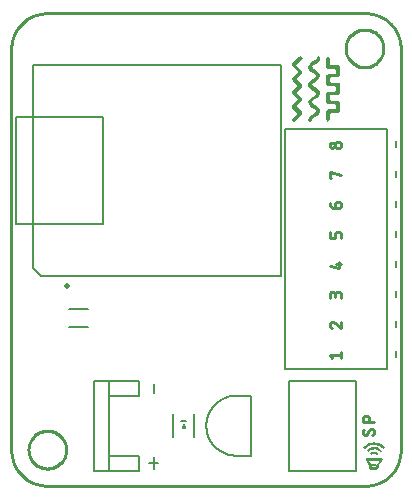
<source format=gto>
G04 EAGLE Gerber RS-274X export*
G75*
%MOMM*%
%FSLAX34Y34*%
%LPD*%
%INSilk top*%
%IPPOS*%
%AMOC8*
5,1,8,0,0,1.08239X$1,22.5*%
G01*
%ADD10C,0.000000*%
%ADD11C,0.200000*%
%ADD12C,0.228600*%
%ADD13C,0.001000*%
%ADD14C,0.508000*%
%ADD15C,0.254000*%

G36*
X269329Y308519D02*
X269329Y308519D01*
X269365Y308554D01*
X269371Y308557D01*
X269792Y310434D01*
X269788Y310441D01*
X269793Y310445D01*
X269793Y314409D01*
X270786Y315352D01*
X276745Y315352D01*
X276759Y315362D01*
X276760Y315362D01*
X276762Y315364D01*
X276773Y315361D01*
X278281Y316439D01*
X278290Y316470D01*
X278301Y316478D01*
X278365Y318464D01*
X278365Y318465D01*
X278365Y318466D01*
X278365Y324445D01*
X278351Y324463D01*
X278354Y324476D01*
X277177Y325907D01*
X277148Y325914D01*
X277140Y325925D01*
X275150Y325963D01*
X275149Y325963D01*
X271173Y325963D01*
X269793Y326520D01*
X269793Y330427D01*
X271605Y330557D01*
X275589Y330557D01*
X275592Y330559D01*
X275593Y330557D01*
X277555Y330741D01*
X277583Y330767D01*
X277595Y330770D01*
X278361Y332480D01*
X278360Y332485D01*
X278364Y332488D01*
X278359Y332495D01*
X278365Y332500D01*
X278365Y338479D01*
X278363Y338482D01*
X278365Y338485D01*
X278118Y340429D01*
X278089Y340458D01*
X278086Y340469D01*
X276318Y341130D01*
X276306Y341127D01*
X276301Y341133D01*
X270355Y341133D01*
X269793Y342508D01*
X269793Y344474D01*
X270652Y345551D01*
X276607Y345551D01*
X276610Y345553D01*
X276622Y345561D01*
X276631Y345557D01*
X278236Y346489D01*
X278246Y346515D01*
X278258Y346524D01*
X278256Y346527D01*
X278260Y346529D01*
X278365Y348509D01*
X278364Y348511D01*
X278365Y348511D01*
X278365Y354490D01*
X278352Y354508D01*
X278355Y354520D01*
X277231Y355992D01*
X277200Y356000D01*
X277193Y356011D01*
X275204Y356056D01*
X275203Y356056D01*
X271223Y356056D01*
X269652Y356424D01*
X269652Y360371D01*
X269650Y360372D01*
X269652Y360373D01*
X269556Y362352D01*
X269533Y362379D01*
X269531Y362392D01*
X267928Y363320D01*
X267869Y363313D01*
X267869Y363312D01*
X267868Y363312D01*
X266569Y361997D01*
X266565Y361973D01*
X266556Y361966D01*
X266557Y361965D01*
X266554Y361963D01*
X266554Y355984D01*
X266555Y355983D01*
X266554Y355982D01*
X266637Y353999D01*
X266659Y353972D01*
X266660Y353959D01*
X268223Y352967D01*
X268242Y352968D01*
X268249Y352959D01*
X274206Y352959D01*
X275127Y351945D01*
X275127Y349982D01*
X274525Y348648D01*
X268578Y348648D01*
X268567Y348639D01*
X268559Y348644D01*
X266815Y347931D01*
X266795Y347897D01*
X266785Y347891D01*
X266555Y345942D01*
X266557Y345938D01*
X266554Y345936D01*
X266554Y339957D01*
X266563Y339946D01*
X266558Y339938D01*
X267298Y338209D01*
X267332Y338190D01*
X267338Y338180D01*
X269292Y337966D01*
X269296Y337968D01*
X269297Y337966D01*
X273282Y337966D01*
X275127Y337868D01*
X275127Y333968D01*
X273573Y333584D01*
X269593Y333584D01*
X269591Y333583D01*
X269591Y333584D01*
X267608Y333495D01*
X267582Y333474D01*
X267569Y333473D01*
X266562Y331914D01*
X266564Y331894D01*
X266554Y331887D01*
X266554Y325908D01*
X266556Y325906D01*
X266554Y325905D01*
X266683Y323930D01*
X266707Y323903D01*
X266709Y323890D01*
X268350Y323013D01*
X268367Y323016D01*
X268373Y323007D01*
X274330Y323007D01*
X275268Y322010D01*
X275268Y320044D01*
X274785Y318590D01*
X268842Y318590D01*
X268833Y318583D01*
X268826Y318588D01*
X267024Y317992D01*
X267000Y317958D01*
X266990Y317953D01*
X266696Y316024D01*
X266699Y316019D01*
X266695Y316016D01*
X266695Y310038D01*
X266704Y310026D01*
X266700Y310018D01*
X267442Y308300D01*
X267493Y308271D01*
X269329Y308519D01*
G37*
G36*
X239468Y307950D02*
X239468Y307950D01*
X239481Y307948D01*
X240969Y309253D01*
X240970Y309255D01*
X240971Y309255D01*
X245242Y313427D01*
X245242Y313431D01*
X245245Y313431D01*
X246479Y314957D01*
X246479Y314964D01*
X246481Y314965D01*
X246480Y314966D01*
X246480Y314995D01*
X246487Y315006D01*
X245797Y316745D01*
X245784Y316753D01*
X245785Y316762D01*
X241454Y320822D01*
X242003Y322150D01*
X244879Y324886D01*
X244879Y324887D01*
X246287Y326289D01*
X246291Y326319D01*
X246301Y326328D01*
X246152Y328175D01*
X246135Y328194D01*
X246137Y328207D01*
X241785Y332266D01*
X241692Y333568D01*
X246103Y337555D01*
X246106Y337568D01*
X246109Y337571D01*
X246107Y337574D01*
X246108Y337580D01*
X246119Y337586D01*
X246321Y339432D01*
X246305Y339459D01*
X246307Y339472D01*
X244902Y340874D01*
X244901Y340874D01*
X244901Y340875D01*
X242005Y343590D01*
X241460Y344908D01*
X245806Y348952D01*
X245809Y348968D01*
X245818Y348971D01*
X246484Y350718D01*
X246483Y350719D01*
X246485Y350720D01*
X246482Y350724D01*
X246473Y350755D01*
X246475Y350767D01*
X245205Y352261D01*
X245201Y352262D01*
X245201Y352265D01*
X242289Y354974D01*
X241182Y356293D01*
X245503Y360344D01*
X245505Y360353D01*
X245511Y360354D01*
X246536Y361978D01*
X246535Y361996D01*
X246537Y361999D01*
X246534Y362003D01*
X246533Y362020D01*
X246537Y362030D01*
X245577Y363603D01*
X245522Y363624D01*
X245521Y363624D01*
X243733Y363091D01*
X243723Y363078D01*
X243713Y363079D01*
X237922Y357617D01*
X237919Y357602D01*
X237917Y357600D01*
X237909Y357597D01*
X237323Y355826D01*
X237336Y355790D01*
X237333Y355778D01*
X238630Y354299D01*
X238634Y354298D01*
X238634Y354296D01*
X241535Y351577D01*
X242491Y350256D01*
X238166Y346203D01*
X238165Y346192D01*
X238157Y346190D01*
X237259Y344518D01*
X237265Y344477D01*
X237262Y344466D01*
X238369Y342875D01*
X238376Y342873D01*
X238375Y342868D01*
X242608Y338724D01*
X241420Y337398D01*
X238517Y334678D01*
X238516Y334672D01*
X238512Y334673D01*
X237290Y333149D01*
X237290Y333116D01*
X237288Y333115D01*
X237289Y333114D01*
X237289Y333109D01*
X237284Y333099D01*
X238028Y331373D01*
X238040Y331366D01*
X238039Y331357D01*
X242368Y327300D01*
X241655Y325984D01*
X238747Y323279D01*
X238746Y323277D01*
X238745Y323277D01*
X237389Y321839D01*
X237385Y321804D01*
X237376Y321794D01*
X237775Y319975D01*
X237790Y319961D01*
X237789Y319949D01*
X242127Y315885D01*
X241923Y314545D01*
X237688Y310360D01*
X237684Y310334D01*
X237673Y310327D01*
X237620Y308481D01*
X237654Y308432D01*
X237655Y308433D01*
X237656Y308432D01*
X239435Y307937D01*
X239468Y307950D01*
G37*
G36*
X252863Y308223D02*
X252863Y308223D01*
X252864Y308222D01*
X254423Y309222D01*
X254429Y309237D01*
X254439Y309239D01*
X255381Y310882D01*
X258807Y312884D01*
X258810Y312890D01*
X258814Y312889D01*
X260331Y314170D01*
X260334Y314183D01*
X260343Y314184D01*
X261285Y315918D01*
X261283Y315929D01*
X261289Y315934D01*
X261286Y315937D01*
X261291Y315940D01*
X261343Y317914D01*
X261334Y317928D01*
X261338Y317937D01*
X260472Y319710D01*
X260460Y319716D01*
X260461Y319725D01*
X258989Y321056D01*
X258981Y321056D01*
X258981Y321062D01*
X255571Y323096D01*
X254531Y324626D01*
X255693Y326087D01*
X257418Y327062D01*
X257419Y327062D01*
X259129Y328081D01*
X259132Y328089D01*
X259138Y328088D01*
X260587Y329441D01*
X260589Y329456D01*
X260599Y329458D01*
X261371Y331272D01*
X261367Y331288D01*
X261375Y331295D01*
X261245Y333265D01*
X261235Y333277D01*
X261239Y333286D01*
X260233Y334987D01*
X260222Y334992D01*
X260222Y335000D01*
X258691Y336265D01*
X258685Y336266D01*
X258684Y336270D01*
X256956Y337257D01*
X255278Y338293D01*
X254598Y339961D01*
X256014Y341248D01*
X257754Y342204D01*
X257755Y342207D01*
X257757Y342206D01*
X259431Y343282D01*
X259434Y343290D01*
X259440Y343289D01*
X260791Y344739D01*
X260793Y344754D01*
X260802Y344757D01*
X261415Y346632D01*
X261410Y346647D01*
X261417Y346655D01*
X261115Y348604D01*
X261104Y348615D01*
X261107Y348625D01*
X259968Y350242D01*
X259957Y350245D01*
X259957Y350253D01*
X258374Y351455D01*
X258369Y351455D01*
X258368Y351459D01*
X256630Y352426D01*
X254998Y353514D01*
X254776Y355257D01*
X256335Y356422D01*
X258077Y357379D01*
X258079Y357382D01*
X258081Y357381D01*
X259723Y358503D01*
X259727Y358513D01*
X259734Y358513D01*
X260979Y360050D01*
X260980Y360059D01*
X260983Y360062D01*
X260980Y360066D01*
X260989Y360070D01*
X261430Y361994D01*
X261415Y362028D01*
X261416Y362040D01*
X260076Y363318D01*
X260053Y363321D01*
X260049Y363325D01*
X260032Y363325D01*
X260030Y363323D01*
X260017Y363325D01*
X260017Y363324D01*
X258439Y362355D01*
X258433Y362338D01*
X258422Y362337D01*
X257504Y360676D01*
X255807Y359664D01*
X254082Y358671D01*
X254079Y358665D01*
X254075Y358666D01*
X252549Y357396D01*
X252546Y357383D01*
X252537Y357382D01*
X251576Y355658D01*
X251578Y355642D01*
X251570Y355636D01*
X251503Y353663D01*
X251513Y353649D01*
X251508Y353640D01*
X252370Y351865D01*
X252382Y351859D01*
X252381Y351850D01*
X253853Y350518D01*
X253860Y350518D01*
X253861Y350513D01*
X257270Y348476D01*
X258321Y346949D01*
X257151Y345491D01*
X255454Y344466D01*
X255453Y344465D01*
X253779Y343387D01*
X253777Y343381D01*
X253772Y343381D01*
X252338Y342009D01*
X252336Y341996D01*
X252327Y341994D01*
X251503Y340200D01*
X251504Y340194D01*
X251500Y340191D01*
X251506Y340184D01*
X251498Y340178D01*
X251579Y338206D01*
X251590Y338193D01*
X251585Y338184D01*
X252560Y336466D01*
X252572Y336461D01*
X252571Y336453D01*
X254090Y335172D01*
X254096Y335172D01*
X254097Y335167D01*
X255822Y334175D01*
X257508Y333147D01*
X258278Y331504D01*
X256947Y330142D01*
X255189Y329224D01*
X255188Y329222D01*
X255186Y329222D01*
X253481Y328198D01*
X253477Y328189D01*
X253471Y328190D01*
X252086Y326774D01*
X252084Y326759D01*
X252074Y326756D01*
X251435Y324892D01*
X251440Y324877D01*
X251437Y324874D01*
X251438Y324873D01*
X251433Y324868D01*
X251750Y322922D01*
X251762Y322911D01*
X251759Y322901D01*
X252914Y321295D01*
X252924Y321291D01*
X252924Y321284D01*
X254514Y320090D01*
X254519Y320090D01*
X254520Y320087D01*
X256259Y319121D01*
X257881Y318020D01*
X258067Y316267D01*
X256506Y315103D01*
X254763Y314145D01*
X254762Y314142D01*
X254759Y314143D01*
X253118Y313020D01*
X253115Y313010D01*
X253108Y313010D01*
X251864Y311471D01*
X251864Y311455D01*
X251854Y311451D01*
X251425Y309527D01*
X251441Y309492D01*
X251440Y309480D01*
X252804Y308228D01*
X252863Y308222D01*
X252863Y308223D01*
G37*
G36*
X308864Y13543D02*
X308864Y13543D01*
X308867Y13540D01*
X310794Y13828D01*
X310834Y13870D01*
X310835Y13870D01*
X311104Y15803D01*
X311549Y17641D01*
X311547Y17645D01*
X311550Y17644D01*
X313988Y20814D01*
X313988Y20821D01*
X313993Y20822D01*
X314862Y22560D01*
X314851Y22619D01*
X314850Y22619D01*
X314850Y22620D01*
X314015Y23328D01*
X313991Y23329D01*
X313983Y23340D01*
X301951Y23340D01*
X301948Y23337D01*
X301946Y23340D01*
X299989Y23131D01*
X299946Y23090D01*
X299950Y23086D01*
X299945Y23082D01*
X299947Y21323D01*
X299960Y21305D01*
X299957Y21293D01*
X302399Y18118D01*
X303209Y16405D01*
X303218Y14411D01*
X303242Y14379D01*
X303244Y14367D01*
X304827Y13545D01*
X304843Y13548D01*
X304849Y13540D01*
X308860Y13540D01*
X308864Y13543D01*
G37*
G36*
X299530Y31153D02*
X299530Y31153D01*
X299533Y31152D01*
X301104Y32405D01*
X302828Y33442D01*
X304717Y34131D01*
X306703Y34447D01*
X308712Y34383D01*
X310673Y33939D01*
X312513Y33129D01*
X314169Y31980D01*
X314175Y31980D01*
X314176Y31976D01*
X315884Y31171D01*
X315885Y31170D01*
X315887Y31171D01*
X315942Y31183D01*
X315938Y31200D01*
X315953Y31208D01*
X316184Y32844D01*
X316166Y32876D01*
X316167Y32889D01*
X314623Y34193D01*
X314617Y34193D01*
X314617Y34198D01*
X312883Y35236D01*
X312877Y35236D01*
X312876Y35240D01*
X310997Y35984D01*
X310991Y35982D01*
X310989Y35986D01*
X309015Y36418D01*
X309010Y36415D01*
X309007Y36419D01*
X306989Y36528D01*
X306984Y36525D01*
X306981Y36528D01*
X304972Y36313D01*
X304968Y36309D01*
X304964Y36312D01*
X303015Y35777D01*
X303012Y35772D01*
X303008Y35774D01*
X301171Y34932D01*
X301168Y34927D01*
X301164Y34928D01*
X299488Y33799D01*
X299485Y33791D01*
X299478Y33791D01*
X298156Y32315D01*
X298152Y32255D01*
X298162Y32255D01*
X298162Y32244D01*
X299471Y31153D01*
X299530Y31150D01*
X299530Y31153D01*
G37*
G36*
X302472Y28631D02*
X302472Y28631D01*
X302485Y28627D01*
X304100Y29835D01*
X305992Y30507D01*
X307999Y30587D01*
X309940Y30070D01*
X311645Y28994D01*
X311658Y28995D01*
X311662Y28987D01*
X313410Y28675D01*
X313413Y28676D01*
X313415Y28674D01*
X313420Y28680D01*
X313463Y28702D01*
X313455Y28719D01*
X313467Y28733D01*
X313121Y30471D01*
X313102Y30489D01*
X313101Y30502D01*
X311446Y31670D01*
X311437Y31670D01*
X311435Y31676D01*
X309553Y32427D01*
X309545Y32425D01*
X309542Y32430D01*
X307538Y32726D01*
X307530Y32722D01*
X307526Y32726D01*
X305507Y32554D01*
X305501Y32548D01*
X305496Y32551D01*
X303571Y31917D01*
X303566Y31910D01*
X303561Y31912D01*
X301836Y30849D01*
X301830Y30834D01*
X301820Y30833D01*
X300800Y29222D01*
X300805Y29162D01*
X300821Y29164D01*
X300827Y29149D01*
X302440Y28620D01*
X302472Y28631D01*
G37*
%LPC*%
G36*
X308861Y18536D02*
X308861Y18536D01*
X308817Y18577D01*
X308814Y18574D01*
X308812Y18577D01*
X304824Y18577D01*
X303567Y20035D01*
X303225Y21125D01*
X311125Y21125D01*
X311022Y20143D01*
X309824Y18568D01*
X309824Y18552D01*
X309814Y18550D01*
X309816Y18540D01*
X309806Y18538D01*
X309112Y17114D01*
X308861Y18536D01*
G37*
%LPD*%
G36*
X309776Y25674D02*
X309776Y25674D01*
X310995Y26873D01*
X311003Y26932D01*
X310993Y26933D01*
X310994Y26944D01*
X309549Y28316D01*
X309532Y28318D01*
X309528Y28328D01*
X307565Y28866D01*
X307552Y28861D01*
X307551Y28861D01*
X307544Y28867D01*
X305531Y28564D01*
X305521Y28553D01*
X305512Y28556D01*
X303796Y27460D01*
X303779Y27412D01*
X303775Y27407D01*
X304159Y25718D01*
X304204Y25680D01*
X304214Y25691D01*
X304227Y25684D01*
X306003Y26470D01*
X307977Y26673D01*
X309717Y25666D01*
X309776Y25674D01*
G37*
%LPC*%
G36*
X306376Y15508D02*
X306376Y15508D01*
X305457Y16403D01*
X307276Y16468D01*
X308761Y16392D01*
X308330Y15508D01*
X306376Y15508D01*
G37*
%LPD*%
%LPC*%
G36*
X308915Y16483D02*
X308915Y16483D01*
X309068Y16799D01*
X309126Y16473D01*
X308915Y16483D01*
G37*
%LPD*%
D10*
X283050Y370160D02*
X283055Y370553D01*
X283069Y370945D01*
X283093Y371337D01*
X283127Y371728D01*
X283170Y372119D01*
X283223Y372508D01*
X283286Y372895D01*
X283357Y373281D01*
X283439Y373666D01*
X283529Y374048D01*
X283630Y374427D01*
X283739Y374805D01*
X283858Y375179D01*
X283985Y375550D01*
X284122Y375918D01*
X284268Y376283D01*
X284423Y376644D01*
X284586Y377001D01*
X284758Y377354D01*
X284939Y377702D01*
X285129Y378046D01*
X285326Y378386D01*
X285532Y378720D01*
X285746Y379049D01*
X285969Y379373D01*
X286199Y379691D01*
X286436Y380004D01*
X286682Y380310D01*
X286935Y380611D01*
X287195Y380905D01*
X287462Y381193D01*
X287736Y381474D01*
X288017Y381748D01*
X288305Y382015D01*
X288599Y382275D01*
X288900Y382528D01*
X289206Y382774D01*
X289519Y383011D01*
X289837Y383241D01*
X290161Y383464D01*
X290490Y383678D01*
X290824Y383884D01*
X291164Y384081D01*
X291508Y384271D01*
X291856Y384452D01*
X292209Y384624D01*
X292566Y384787D01*
X292927Y384942D01*
X293292Y385088D01*
X293660Y385225D01*
X294031Y385352D01*
X294405Y385471D01*
X294783Y385580D01*
X295162Y385681D01*
X295544Y385771D01*
X295929Y385853D01*
X296315Y385924D01*
X296702Y385987D01*
X297091Y386040D01*
X297482Y386083D01*
X297873Y386117D01*
X298265Y386141D01*
X298657Y386155D01*
X299050Y386160D01*
X299443Y386155D01*
X299835Y386141D01*
X300227Y386117D01*
X300618Y386083D01*
X301009Y386040D01*
X301398Y385987D01*
X301785Y385924D01*
X302171Y385853D01*
X302556Y385771D01*
X302938Y385681D01*
X303317Y385580D01*
X303695Y385471D01*
X304069Y385352D01*
X304440Y385225D01*
X304808Y385088D01*
X305173Y384942D01*
X305534Y384787D01*
X305891Y384624D01*
X306244Y384452D01*
X306592Y384271D01*
X306936Y384081D01*
X307276Y383884D01*
X307610Y383678D01*
X307939Y383464D01*
X308263Y383241D01*
X308581Y383011D01*
X308894Y382774D01*
X309200Y382528D01*
X309501Y382275D01*
X309795Y382015D01*
X310083Y381748D01*
X310364Y381474D01*
X310638Y381193D01*
X310905Y380905D01*
X311165Y380611D01*
X311418Y380310D01*
X311664Y380004D01*
X311901Y379691D01*
X312131Y379373D01*
X312354Y379049D01*
X312568Y378720D01*
X312774Y378386D01*
X312971Y378046D01*
X313161Y377702D01*
X313342Y377354D01*
X313514Y377001D01*
X313677Y376644D01*
X313832Y376283D01*
X313978Y375918D01*
X314115Y375550D01*
X314242Y375179D01*
X314361Y374805D01*
X314470Y374427D01*
X314571Y374048D01*
X314661Y373666D01*
X314743Y373281D01*
X314814Y372895D01*
X314877Y372508D01*
X314930Y372119D01*
X314973Y371728D01*
X315007Y371337D01*
X315031Y370945D01*
X315045Y370553D01*
X315050Y370160D01*
X315045Y369767D01*
X315031Y369375D01*
X315007Y368983D01*
X314973Y368592D01*
X314930Y368201D01*
X314877Y367812D01*
X314814Y367425D01*
X314743Y367039D01*
X314661Y366654D01*
X314571Y366272D01*
X314470Y365893D01*
X314361Y365515D01*
X314242Y365141D01*
X314115Y364770D01*
X313978Y364402D01*
X313832Y364037D01*
X313677Y363676D01*
X313514Y363319D01*
X313342Y362966D01*
X313161Y362618D01*
X312971Y362274D01*
X312774Y361934D01*
X312568Y361600D01*
X312354Y361271D01*
X312131Y360947D01*
X311901Y360629D01*
X311664Y360316D01*
X311418Y360010D01*
X311165Y359709D01*
X310905Y359415D01*
X310638Y359127D01*
X310364Y358846D01*
X310083Y358572D01*
X309795Y358305D01*
X309501Y358045D01*
X309200Y357792D01*
X308894Y357546D01*
X308581Y357309D01*
X308263Y357079D01*
X307939Y356856D01*
X307610Y356642D01*
X307276Y356436D01*
X306936Y356239D01*
X306592Y356049D01*
X306244Y355868D01*
X305891Y355696D01*
X305534Y355533D01*
X305173Y355378D01*
X304808Y355232D01*
X304440Y355095D01*
X304069Y354968D01*
X303695Y354849D01*
X303317Y354740D01*
X302938Y354639D01*
X302556Y354549D01*
X302171Y354467D01*
X301785Y354396D01*
X301398Y354333D01*
X301009Y354280D01*
X300618Y354237D01*
X300227Y354203D01*
X299835Y354179D01*
X299443Y354165D01*
X299050Y354160D01*
X298657Y354165D01*
X298265Y354179D01*
X297873Y354203D01*
X297482Y354237D01*
X297091Y354280D01*
X296702Y354333D01*
X296315Y354396D01*
X295929Y354467D01*
X295544Y354549D01*
X295162Y354639D01*
X294783Y354740D01*
X294405Y354849D01*
X294031Y354968D01*
X293660Y355095D01*
X293292Y355232D01*
X292927Y355378D01*
X292566Y355533D01*
X292209Y355696D01*
X291856Y355868D01*
X291508Y356049D01*
X291164Y356239D01*
X290824Y356436D01*
X290490Y356642D01*
X290161Y356856D01*
X289837Y357079D01*
X289519Y357309D01*
X289206Y357546D01*
X288900Y357792D01*
X288599Y358045D01*
X288305Y358305D01*
X288017Y358572D01*
X287736Y358846D01*
X287462Y359127D01*
X287195Y359415D01*
X286935Y359709D01*
X286682Y360010D01*
X286436Y360316D01*
X286199Y360629D01*
X285969Y360947D01*
X285746Y361271D01*
X285532Y361600D01*
X285326Y361934D01*
X285129Y362274D01*
X284939Y362618D01*
X284758Y362966D01*
X284586Y363319D01*
X284423Y363676D01*
X284268Y364037D01*
X284122Y364402D01*
X283985Y364770D01*
X283858Y365141D01*
X283739Y365515D01*
X283630Y365893D01*
X283529Y366272D01*
X283439Y366654D01*
X283357Y367039D01*
X283286Y367425D01*
X283223Y367812D01*
X283170Y368201D01*
X283127Y368592D01*
X283093Y368983D01*
X283069Y369375D01*
X283055Y369767D01*
X283050Y370160D01*
X14480Y30480D02*
X14485Y30873D01*
X14499Y31265D01*
X14523Y31657D01*
X14557Y32048D01*
X14600Y32439D01*
X14653Y32828D01*
X14716Y33215D01*
X14787Y33601D01*
X14869Y33986D01*
X14959Y34368D01*
X15060Y34747D01*
X15169Y35125D01*
X15288Y35499D01*
X15415Y35870D01*
X15552Y36238D01*
X15698Y36603D01*
X15853Y36964D01*
X16016Y37321D01*
X16188Y37674D01*
X16369Y38022D01*
X16559Y38366D01*
X16756Y38706D01*
X16962Y39040D01*
X17176Y39369D01*
X17399Y39693D01*
X17629Y40011D01*
X17866Y40324D01*
X18112Y40630D01*
X18365Y40931D01*
X18625Y41225D01*
X18892Y41513D01*
X19166Y41794D01*
X19447Y42068D01*
X19735Y42335D01*
X20029Y42595D01*
X20330Y42848D01*
X20636Y43094D01*
X20949Y43331D01*
X21267Y43561D01*
X21591Y43784D01*
X21920Y43998D01*
X22254Y44204D01*
X22594Y44401D01*
X22938Y44591D01*
X23286Y44772D01*
X23639Y44944D01*
X23996Y45107D01*
X24357Y45262D01*
X24722Y45408D01*
X25090Y45545D01*
X25461Y45672D01*
X25835Y45791D01*
X26213Y45900D01*
X26592Y46001D01*
X26974Y46091D01*
X27359Y46173D01*
X27745Y46244D01*
X28132Y46307D01*
X28521Y46360D01*
X28912Y46403D01*
X29303Y46437D01*
X29695Y46461D01*
X30087Y46475D01*
X30480Y46480D01*
X30873Y46475D01*
X31265Y46461D01*
X31657Y46437D01*
X32048Y46403D01*
X32439Y46360D01*
X32828Y46307D01*
X33215Y46244D01*
X33601Y46173D01*
X33986Y46091D01*
X34368Y46001D01*
X34747Y45900D01*
X35125Y45791D01*
X35499Y45672D01*
X35870Y45545D01*
X36238Y45408D01*
X36603Y45262D01*
X36964Y45107D01*
X37321Y44944D01*
X37674Y44772D01*
X38022Y44591D01*
X38366Y44401D01*
X38706Y44204D01*
X39040Y43998D01*
X39369Y43784D01*
X39693Y43561D01*
X40011Y43331D01*
X40324Y43094D01*
X40630Y42848D01*
X40931Y42595D01*
X41225Y42335D01*
X41513Y42068D01*
X41794Y41794D01*
X42068Y41513D01*
X42335Y41225D01*
X42595Y40931D01*
X42848Y40630D01*
X43094Y40324D01*
X43331Y40011D01*
X43561Y39693D01*
X43784Y39369D01*
X43998Y39040D01*
X44204Y38706D01*
X44401Y38366D01*
X44591Y38022D01*
X44772Y37674D01*
X44944Y37321D01*
X45107Y36964D01*
X45262Y36603D01*
X45408Y36238D01*
X45545Y35870D01*
X45672Y35499D01*
X45791Y35125D01*
X45900Y34747D01*
X46001Y34368D01*
X46091Y33986D01*
X46173Y33601D01*
X46244Y33215D01*
X46307Y32828D01*
X46360Y32439D01*
X46403Y32048D01*
X46437Y31657D01*
X46461Y31265D01*
X46475Y30873D01*
X46480Y30480D01*
X46475Y30087D01*
X46461Y29695D01*
X46437Y29303D01*
X46403Y28912D01*
X46360Y28521D01*
X46307Y28132D01*
X46244Y27745D01*
X46173Y27359D01*
X46091Y26974D01*
X46001Y26592D01*
X45900Y26213D01*
X45791Y25835D01*
X45672Y25461D01*
X45545Y25090D01*
X45408Y24722D01*
X45262Y24357D01*
X45107Y23996D01*
X44944Y23639D01*
X44772Y23286D01*
X44591Y22938D01*
X44401Y22594D01*
X44204Y22254D01*
X43998Y21920D01*
X43784Y21591D01*
X43561Y21267D01*
X43331Y20949D01*
X43094Y20636D01*
X42848Y20330D01*
X42595Y20029D01*
X42335Y19735D01*
X42068Y19447D01*
X41794Y19166D01*
X41513Y18892D01*
X41225Y18625D01*
X40931Y18365D01*
X40630Y18112D01*
X40324Y17866D01*
X40011Y17629D01*
X39693Y17399D01*
X39369Y17176D01*
X39040Y16962D01*
X38706Y16756D01*
X38366Y16559D01*
X38022Y16369D01*
X37674Y16188D01*
X37321Y16016D01*
X36964Y15853D01*
X36603Y15698D01*
X36238Y15552D01*
X35870Y15415D01*
X35499Y15288D01*
X35125Y15169D01*
X34747Y15060D01*
X34368Y14959D01*
X33986Y14869D01*
X33601Y14787D01*
X33215Y14716D01*
X32828Y14653D01*
X32439Y14600D01*
X32048Y14557D01*
X31657Y14523D01*
X31265Y14499D01*
X30873Y14485D01*
X30480Y14480D01*
X30087Y14485D01*
X29695Y14499D01*
X29303Y14523D01*
X28912Y14557D01*
X28521Y14600D01*
X28132Y14653D01*
X27745Y14716D01*
X27359Y14787D01*
X26974Y14869D01*
X26592Y14959D01*
X26213Y15060D01*
X25835Y15169D01*
X25461Y15288D01*
X25090Y15415D01*
X24722Y15552D01*
X24357Y15698D01*
X23996Y15853D01*
X23639Y16016D01*
X23286Y16188D01*
X22938Y16369D01*
X22594Y16559D01*
X22254Y16756D01*
X21920Y16962D01*
X21591Y17176D01*
X21267Y17399D01*
X20949Y17629D01*
X20636Y17866D01*
X20330Y18112D01*
X20029Y18365D01*
X19735Y18625D01*
X19447Y18892D01*
X19166Y19166D01*
X18892Y19447D01*
X18625Y19735D01*
X18365Y20029D01*
X18112Y20330D01*
X17866Y20636D01*
X17629Y20949D01*
X17399Y21267D01*
X17176Y21591D01*
X16962Y21920D01*
X16756Y22254D01*
X16559Y22594D01*
X16369Y22938D01*
X16188Y23286D01*
X16016Y23639D01*
X15853Y23996D01*
X15698Y24357D01*
X15552Y24722D01*
X15415Y25090D01*
X15288Y25461D01*
X15169Y25835D01*
X15060Y26213D01*
X14959Y26592D01*
X14869Y26974D01*
X14787Y27359D01*
X14716Y27745D01*
X14653Y28132D01*
X14600Y28521D01*
X14557Y28912D01*
X14523Y29303D01*
X14499Y29695D01*
X14485Y30087D01*
X14480Y30480D01*
D11*
X120650Y24130D02*
X120650Y13970D01*
X116840Y19050D02*
X124460Y19050D01*
X120650Y78740D02*
X120650Y86360D01*
D12*
X304958Y47963D02*
X305050Y47961D01*
X305141Y47955D01*
X305232Y47946D01*
X305323Y47932D01*
X305413Y47915D01*
X305502Y47893D01*
X305590Y47868D01*
X305677Y47840D01*
X305763Y47807D01*
X305847Y47771D01*
X305930Y47732D01*
X306011Y47689D01*
X306090Y47642D01*
X306167Y47593D01*
X306242Y47540D01*
X306314Y47484D01*
X306384Y47425D01*
X306452Y47363D01*
X306517Y47298D01*
X306579Y47230D01*
X306638Y47160D01*
X306694Y47088D01*
X306747Y47013D01*
X306796Y46936D01*
X306843Y46857D01*
X306886Y46776D01*
X306925Y46693D01*
X306961Y46609D01*
X306994Y46523D01*
X307022Y46436D01*
X307047Y46348D01*
X307069Y46259D01*
X307086Y46169D01*
X307100Y46078D01*
X307109Y45987D01*
X307115Y45896D01*
X307117Y45804D01*
X307115Y45671D01*
X307109Y45537D01*
X307099Y45404D01*
X307086Y45272D01*
X307068Y45140D01*
X307047Y45008D01*
X307022Y44877D01*
X306993Y44747D01*
X306960Y44618D01*
X306923Y44489D01*
X306883Y44362D01*
X306839Y44236D01*
X306791Y44112D01*
X306740Y43989D01*
X306685Y43867D01*
X306627Y43747D01*
X306565Y43629D01*
X306500Y43513D01*
X306431Y43399D01*
X306359Y43286D01*
X306284Y43176D01*
X306205Y43069D01*
X306124Y42963D01*
X306039Y42860D01*
X305952Y42759D01*
X305861Y42661D01*
X305768Y42566D01*
X299562Y42836D02*
X299470Y42838D01*
X299379Y42844D01*
X299288Y42853D01*
X299197Y42867D01*
X299107Y42884D01*
X299018Y42906D01*
X298930Y42931D01*
X298843Y42959D01*
X298757Y42992D01*
X298673Y43028D01*
X298590Y43067D01*
X298509Y43110D01*
X298430Y43157D01*
X298353Y43206D01*
X298278Y43259D01*
X298206Y43315D01*
X298136Y43374D01*
X298068Y43436D01*
X298003Y43501D01*
X297941Y43569D01*
X297882Y43639D01*
X297826Y43711D01*
X297773Y43786D01*
X297724Y43863D01*
X297677Y43942D01*
X297634Y44023D01*
X297595Y44106D01*
X297559Y44190D01*
X297526Y44276D01*
X297498Y44363D01*
X297473Y44451D01*
X297451Y44540D01*
X297434Y44630D01*
X297420Y44721D01*
X297411Y44812D01*
X297405Y44903D01*
X297403Y44995D01*
X297405Y45119D01*
X297411Y45243D01*
X297420Y45367D01*
X297433Y45490D01*
X297450Y45613D01*
X297471Y45735D01*
X297496Y45857D01*
X297524Y45977D01*
X297556Y46097D01*
X297592Y46216D01*
X297631Y46334D01*
X297674Y46450D01*
X297720Y46565D01*
X297770Y46679D01*
X297823Y46791D01*
X297880Y46901D01*
X297940Y47010D01*
X298003Y47116D01*
X298070Y47221D01*
X298140Y47323D01*
X298213Y47424D01*
X301451Y43916D02*
X301403Y43839D01*
X301352Y43763D01*
X301298Y43690D01*
X301240Y43619D01*
X301181Y43551D01*
X301118Y43485D01*
X301052Y43422D01*
X300984Y43361D01*
X300914Y43303D01*
X300841Y43249D01*
X300766Y43197D01*
X300689Y43149D01*
X300610Y43104D01*
X300529Y43062D01*
X300446Y43023D01*
X300362Y42988D01*
X300277Y42957D01*
X300190Y42929D01*
X300103Y42905D01*
X300014Y42884D01*
X299924Y42867D01*
X299834Y42854D01*
X299744Y42845D01*
X299653Y42839D01*
X299562Y42837D01*
X303069Y46884D02*
X303117Y46961D01*
X303168Y47037D01*
X303222Y47110D01*
X303280Y47181D01*
X303340Y47249D01*
X303402Y47315D01*
X303468Y47378D01*
X303536Y47439D01*
X303606Y47497D01*
X303679Y47551D01*
X303754Y47603D01*
X303831Y47651D01*
X303910Y47696D01*
X303991Y47738D01*
X304074Y47777D01*
X304158Y47812D01*
X304243Y47843D01*
X304330Y47871D01*
X304417Y47895D01*
X304506Y47916D01*
X304596Y47933D01*
X304686Y47946D01*
X304776Y47955D01*
X304867Y47961D01*
X304958Y47963D01*
X303070Y46884D02*
X301451Y43916D01*
X297403Y53637D02*
X307117Y53637D01*
X297403Y53637D02*
X297403Y56335D01*
X297405Y56437D01*
X297411Y56539D01*
X297420Y56641D01*
X297434Y56742D01*
X297451Y56843D01*
X297472Y56942D01*
X297497Y57042D01*
X297526Y57140D01*
X297558Y57236D01*
X297594Y57332D01*
X297633Y57426D01*
X297677Y57519D01*
X297723Y57610D01*
X297773Y57699D01*
X297826Y57786D01*
X297883Y57871D01*
X297943Y57954D01*
X298005Y58034D01*
X298071Y58112D01*
X298140Y58188D01*
X298211Y58261D01*
X298286Y58331D01*
X298362Y58398D01*
X298442Y58462D01*
X298523Y58524D01*
X298607Y58582D01*
X298693Y58637D01*
X298782Y58688D01*
X298872Y58737D01*
X298963Y58781D01*
X299057Y58823D01*
X299152Y58860D01*
X299248Y58895D01*
X299345Y58925D01*
X299444Y58952D01*
X299543Y58975D01*
X299644Y58994D01*
X299745Y59009D01*
X299846Y59021D01*
X299948Y59029D01*
X300050Y59033D01*
X300152Y59033D01*
X300254Y59029D01*
X300356Y59021D01*
X300457Y59009D01*
X300558Y58994D01*
X300659Y58975D01*
X300758Y58952D01*
X300857Y58925D01*
X300954Y58895D01*
X301050Y58860D01*
X301145Y58823D01*
X301239Y58781D01*
X301330Y58737D01*
X301420Y58688D01*
X301509Y58637D01*
X301595Y58582D01*
X301679Y58524D01*
X301760Y58462D01*
X301840Y58398D01*
X301916Y58331D01*
X301991Y58261D01*
X302062Y58188D01*
X302131Y58112D01*
X302197Y58034D01*
X302259Y57954D01*
X302319Y57871D01*
X302376Y57786D01*
X302429Y57699D01*
X302479Y57610D01*
X302525Y57519D01*
X302569Y57426D01*
X302608Y57332D01*
X302644Y57236D01*
X302676Y57140D01*
X302705Y57042D01*
X302730Y56942D01*
X302751Y56843D01*
X302768Y56742D01*
X302782Y56641D01*
X302791Y56539D01*
X302797Y56437D01*
X302799Y56335D01*
X302800Y56335D02*
X302800Y53637D01*
X276479Y285592D02*
X276377Y285594D01*
X276275Y285600D01*
X276173Y285609D01*
X276072Y285623D01*
X275971Y285640D01*
X275872Y285661D01*
X275772Y285686D01*
X275674Y285715D01*
X275578Y285747D01*
X275482Y285783D01*
X275388Y285822D01*
X275295Y285866D01*
X275204Y285912D01*
X275115Y285962D01*
X275028Y286015D01*
X274943Y286072D01*
X274860Y286132D01*
X274780Y286194D01*
X274702Y286260D01*
X274626Y286329D01*
X274553Y286400D01*
X274483Y286475D01*
X274416Y286551D01*
X274352Y286631D01*
X274290Y286712D01*
X274232Y286796D01*
X274177Y286882D01*
X274126Y286971D01*
X274077Y287061D01*
X274033Y287152D01*
X273991Y287246D01*
X273954Y287341D01*
X273919Y287437D01*
X273889Y287534D01*
X273862Y287633D01*
X273839Y287732D01*
X273820Y287833D01*
X273805Y287934D01*
X273793Y288035D01*
X273785Y288137D01*
X273781Y288239D01*
X273781Y288341D01*
X273785Y288443D01*
X273793Y288545D01*
X273805Y288646D01*
X273820Y288747D01*
X273839Y288848D01*
X273862Y288947D01*
X273889Y289046D01*
X273919Y289143D01*
X273954Y289239D01*
X273991Y289334D01*
X274033Y289428D01*
X274077Y289519D01*
X274126Y289609D01*
X274177Y289698D01*
X274232Y289784D01*
X274290Y289868D01*
X274352Y289949D01*
X274416Y290029D01*
X274483Y290105D01*
X274553Y290180D01*
X274626Y290251D01*
X274702Y290320D01*
X274780Y290386D01*
X274860Y290448D01*
X274943Y290508D01*
X275028Y290565D01*
X275115Y290618D01*
X275204Y290668D01*
X275295Y290714D01*
X275388Y290758D01*
X275482Y290797D01*
X275578Y290833D01*
X275674Y290865D01*
X275772Y290894D01*
X275872Y290919D01*
X275971Y290940D01*
X276072Y290957D01*
X276173Y290971D01*
X276275Y290980D01*
X276377Y290986D01*
X276479Y290988D01*
X276581Y290986D01*
X276683Y290980D01*
X276785Y290971D01*
X276886Y290957D01*
X276987Y290940D01*
X277086Y290919D01*
X277186Y290894D01*
X277284Y290865D01*
X277380Y290833D01*
X277476Y290797D01*
X277570Y290758D01*
X277663Y290714D01*
X277754Y290668D01*
X277843Y290618D01*
X277930Y290565D01*
X278015Y290508D01*
X278098Y290448D01*
X278178Y290386D01*
X278256Y290320D01*
X278332Y290251D01*
X278405Y290180D01*
X278475Y290105D01*
X278542Y290029D01*
X278606Y289949D01*
X278668Y289868D01*
X278726Y289784D01*
X278781Y289698D01*
X278832Y289609D01*
X278881Y289519D01*
X278925Y289428D01*
X278967Y289334D01*
X279004Y289239D01*
X279039Y289143D01*
X279069Y289046D01*
X279096Y288947D01*
X279119Y288848D01*
X279138Y288747D01*
X279153Y288646D01*
X279165Y288545D01*
X279173Y288443D01*
X279177Y288341D01*
X279177Y288239D01*
X279173Y288137D01*
X279165Y288035D01*
X279153Y287934D01*
X279138Y287833D01*
X279119Y287732D01*
X279096Y287633D01*
X279069Y287534D01*
X279039Y287437D01*
X279004Y287341D01*
X278967Y287246D01*
X278925Y287152D01*
X278881Y287061D01*
X278832Y286971D01*
X278781Y286882D01*
X278726Y286796D01*
X278668Y286712D01*
X278606Y286631D01*
X278542Y286551D01*
X278475Y286475D01*
X278405Y286400D01*
X278332Y286329D01*
X278256Y286260D01*
X278178Y286194D01*
X278098Y286132D01*
X278015Y286072D01*
X277930Y286015D01*
X277843Y285962D01*
X277754Y285912D01*
X277663Y285866D01*
X277570Y285822D01*
X277476Y285783D01*
X277380Y285747D01*
X277284Y285715D01*
X277186Y285686D01*
X277086Y285661D01*
X276987Y285640D01*
X276886Y285623D01*
X276785Y285609D01*
X276683Y285600D01*
X276581Y285594D01*
X276479Y285592D01*
X271622Y286131D02*
X271530Y286133D01*
X271439Y286139D01*
X271348Y286148D01*
X271257Y286162D01*
X271167Y286179D01*
X271078Y286201D01*
X270990Y286226D01*
X270903Y286254D01*
X270817Y286287D01*
X270733Y286323D01*
X270650Y286362D01*
X270569Y286405D01*
X270490Y286452D01*
X270413Y286501D01*
X270338Y286554D01*
X270266Y286610D01*
X270196Y286669D01*
X270128Y286731D01*
X270063Y286796D01*
X270001Y286864D01*
X269942Y286934D01*
X269886Y287006D01*
X269833Y287081D01*
X269784Y287158D01*
X269737Y287237D01*
X269694Y287318D01*
X269655Y287401D01*
X269619Y287485D01*
X269586Y287571D01*
X269558Y287658D01*
X269533Y287746D01*
X269511Y287835D01*
X269494Y287925D01*
X269480Y288016D01*
X269471Y288107D01*
X269465Y288198D01*
X269463Y288290D01*
X269465Y288382D01*
X269471Y288473D01*
X269480Y288564D01*
X269494Y288655D01*
X269511Y288745D01*
X269533Y288834D01*
X269558Y288922D01*
X269586Y289009D01*
X269619Y289095D01*
X269655Y289179D01*
X269694Y289262D01*
X269737Y289343D01*
X269784Y289422D01*
X269833Y289499D01*
X269886Y289574D01*
X269942Y289646D01*
X270001Y289716D01*
X270063Y289784D01*
X270128Y289849D01*
X270196Y289911D01*
X270266Y289970D01*
X270338Y290026D01*
X270413Y290079D01*
X270490Y290128D01*
X270569Y290175D01*
X270650Y290218D01*
X270733Y290257D01*
X270817Y290293D01*
X270903Y290326D01*
X270990Y290354D01*
X271078Y290379D01*
X271167Y290401D01*
X271257Y290418D01*
X271348Y290432D01*
X271439Y290441D01*
X271530Y290447D01*
X271622Y290449D01*
X271714Y290447D01*
X271805Y290441D01*
X271896Y290432D01*
X271987Y290418D01*
X272077Y290401D01*
X272166Y290379D01*
X272254Y290354D01*
X272341Y290326D01*
X272427Y290293D01*
X272511Y290257D01*
X272594Y290218D01*
X272675Y290175D01*
X272754Y290128D01*
X272831Y290079D01*
X272906Y290026D01*
X272978Y289970D01*
X273048Y289911D01*
X273116Y289849D01*
X273181Y289784D01*
X273243Y289716D01*
X273302Y289646D01*
X273358Y289574D01*
X273411Y289499D01*
X273460Y289422D01*
X273507Y289343D01*
X273550Y289262D01*
X273589Y289179D01*
X273625Y289095D01*
X273658Y289009D01*
X273686Y288922D01*
X273711Y288834D01*
X273733Y288745D01*
X273750Y288655D01*
X273764Y288564D01*
X273773Y288473D01*
X273779Y288382D01*
X273781Y288290D01*
X273779Y288198D01*
X273773Y288107D01*
X273764Y288016D01*
X273750Y287925D01*
X273733Y287835D01*
X273711Y287746D01*
X273686Y287658D01*
X273658Y287571D01*
X273625Y287485D01*
X273589Y287401D01*
X273550Y287318D01*
X273507Y287237D01*
X273460Y287158D01*
X273411Y287081D01*
X273358Y287006D01*
X273302Y286934D01*
X273243Y286864D01*
X273181Y286796D01*
X273116Y286731D01*
X273048Y286669D01*
X272978Y286610D01*
X272906Y286554D01*
X272831Y286501D01*
X272754Y286452D01*
X272675Y286405D01*
X272594Y286362D01*
X272511Y286323D01*
X272427Y286287D01*
X272341Y286254D01*
X272254Y286226D01*
X272166Y286201D01*
X272077Y286179D01*
X271987Y286162D01*
X271896Y286148D01*
X271805Y286139D01*
X271714Y286133D01*
X271622Y286131D01*
X270542Y260192D02*
X269463Y260192D01*
X269463Y265588D01*
X279177Y262890D01*
X273780Y238030D02*
X273780Y234792D01*
X273780Y238030D02*
X273782Y238122D01*
X273788Y238213D01*
X273797Y238304D01*
X273811Y238395D01*
X273828Y238485D01*
X273850Y238574D01*
X273875Y238662D01*
X273903Y238749D01*
X273936Y238835D01*
X273972Y238919D01*
X274011Y239002D01*
X274054Y239083D01*
X274101Y239162D01*
X274150Y239239D01*
X274203Y239314D01*
X274259Y239386D01*
X274318Y239456D01*
X274380Y239524D01*
X274445Y239589D01*
X274513Y239651D01*
X274583Y239710D01*
X274655Y239766D01*
X274730Y239819D01*
X274807Y239868D01*
X274886Y239915D01*
X274967Y239958D01*
X275050Y239997D01*
X275134Y240033D01*
X275220Y240066D01*
X275307Y240094D01*
X275395Y240119D01*
X275484Y240141D01*
X275574Y240158D01*
X275665Y240172D01*
X275756Y240181D01*
X275847Y240187D01*
X275939Y240189D01*
X275939Y240188D02*
X276479Y240188D01*
X276581Y240186D01*
X276683Y240180D01*
X276785Y240171D01*
X276886Y240157D01*
X276987Y240140D01*
X277086Y240119D01*
X277186Y240094D01*
X277284Y240065D01*
X277380Y240033D01*
X277476Y239997D01*
X277570Y239958D01*
X277663Y239914D01*
X277754Y239868D01*
X277843Y239818D01*
X277930Y239765D01*
X278015Y239708D01*
X278098Y239648D01*
X278178Y239586D01*
X278256Y239520D01*
X278332Y239451D01*
X278405Y239380D01*
X278475Y239305D01*
X278542Y239229D01*
X278606Y239149D01*
X278668Y239068D01*
X278726Y238984D01*
X278781Y238898D01*
X278832Y238809D01*
X278881Y238719D01*
X278925Y238628D01*
X278967Y238534D01*
X279004Y238439D01*
X279039Y238343D01*
X279069Y238246D01*
X279096Y238147D01*
X279119Y238048D01*
X279138Y237947D01*
X279153Y237846D01*
X279165Y237745D01*
X279173Y237643D01*
X279177Y237541D01*
X279177Y237439D01*
X279173Y237337D01*
X279165Y237235D01*
X279153Y237134D01*
X279138Y237033D01*
X279119Y236932D01*
X279096Y236833D01*
X279069Y236734D01*
X279039Y236637D01*
X279004Y236541D01*
X278967Y236446D01*
X278925Y236352D01*
X278881Y236261D01*
X278832Y236171D01*
X278781Y236082D01*
X278726Y235996D01*
X278668Y235912D01*
X278606Y235831D01*
X278542Y235751D01*
X278475Y235675D01*
X278405Y235600D01*
X278332Y235529D01*
X278256Y235460D01*
X278178Y235394D01*
X278098Y235332D01*
X278015Y235272D01*
X277930Y235215D01*
X277843Y235162D01*
X277754Y235112D01*
X277663Y235066D01*
X277570Y235022D01*
X277476Y234983D01*
X277380Y234947D01*
X277284Y234915D01*
X277186Y234886D01*
X277086Y234861D01*
X276987Y234840D01*
X276886Y234823D01*
X276785Y234809D01*
X276683Y234800D01*
X276581Y234794D01*
X276479Y234792D01*
X273780Y234792D01*
X273650Y234794D01*
X273519Y234800D01*
X273389Y234810D01*
X273260Y234823D01*
X273130Y234841D01*
X273002Y234863D01*
X272874Y234888D01*
X272747Y234917D01*
X272621Y234951D01*
X272496Y234987D01*
X272372Y235028D01*
X272249Y235073D01*
X272128Y235121D01*
X272008Y235172D01*
X271890Y235228D01*
X271774Y235286D01*
X271659Y235349D01*
X271547Y235415D01*
X271436Y235484D01*
X271328Y235556D01*
X271221Y235632D01*
X271118Y235711D01*
X271016Y235793D01*
X270917Y235878D01*
X270821Y235966D01*
X270727Y236056D01*
X270637Y236150D01*
X270549Y236246D01*
X270464Y236345D01*
X270382Y236447D01*
X270303Y236550D01*
X270227Y236657D01*
X270155Y236765D01*
X270086Y236876D01*
X270020Y236988D01*
X269958Y237103D01*
X269899Y237219D01*
X269843Y237337D01*
X269792Y237457D01*
X269744Y237578D01*
X269699Y237701D01*
X269658Y237825D01*
X269622Y237950D01*
X269588Y238076D01*
X269559Y238203D01*
X269534Y238331D01*
X269512Y238459D01*
X269494Y238589D01*
X269481Y238718D01*
X269471Y238848D01*
X269465Y238979D01*
X269463Y239109D01*
X279177Y212630D02*
X279177Y209392D01*
X279177Y212630D02*
X279175Y212722D01*
X279169Y212813D01*
X279160Y212904D01*
X279146Y212995D01*
X279129Y213085D01*
X279107Y213174D01*
X279082Y213262D01*
X279054Y213349D01*
X279021Y213435D01*
X278985Y213519D01*
X278946Y213602D01*
X278903Y213683D01*
X278856Y213762D01*
X278807Y213839D01*
X278754Y213914D01*
X278698Y213986D01*
X278639Y214056D01*
X278577Y214124D01*
X278512Y214189D01*
X278444Y214251D01*
X278374Y214310D01*
X278302Y214366D01*
X278227Y214419D01*
X278150Y214468D01*
X278071Y214515D01*
X277990Y214558D01*
X277907Y214597D01*
X277823Y214633D01*
X277737Y214666D01*
X277650Y214694D01*
X277562Y214719D01*
X277473Y214741D01*
X277383Y214758D01*
X277292Y214772D01*
X277201Y214781D01*
X277110Y214787D01*
X277018Y214789D01*
X277018Y214788D02*
X275939Y214788D01*
X275939Y214789D02*
X275847Y214787D01*
X275756Y214781D01*
X275665Y214772D01*
X275574Y214758D01*
X275484Y214741D01*
X275395Y214719D01*
X275307Y214694D01*
X275220Y214666D01*
X275134Y214633D01*
X275050Y214597D01*
X274967Y214558D01*
X274886Y214515D01*
X274807Y214468D01*
X274730Y214419D01*
X274655Y214366D01*
X274583Y214310D01*
X274513Y214251D01*
X274445Y214189D01*
X274380Y214124D01*
X274318Y214056D01*
X274259Y213986D01*
X274203Y213914D01*
X274150Y213839D01*
X274101Y213762D01*
X274054Y213683D01*
X274011Y213602D01*
X273972Y213519D01*
X273936Y213435D01*
X273903Y213349D01*
X273875Y213262D01*
X273850Y213174D01*
X273828Y213085D01*
X273811Y212995D01*
X273797Y212904D01*
X273788Y212813D01*
X273782Y212722D01*
X273780Y212630D01*
X273780Y209392D01*
X269463Y209392D01*
X269463Y214788D01*
X269463Y186150D02*
X277018Y183992D01*
X277018Y189388D01*
X274860Y187769D02*
X279177Y187769D01*
X279177Y161290D02*
X279177Y158592D01*
X279177Y161290D02*
X279175Y161392D01*
X279169Y161494D01*
X279160Y161596D01*
X279146Y161697D01*
X279129Y161798D01*
X279108Y161897D01*
X279083Y161997D01*
X279054Y162095D01*
X279022Y162191D01*
X278986Y162287D01*
X278947Y162381D01*
X278903Y162474D01*
X278857Y162565D01*
X278807Y162654D01*
X278754Y162741D01*
X278697Y162826D01*
X278637Y162909D01*
X278575Y162989D01*
X278509Y163067D01*
X278440Y163143D01*
X278369Y163216D01*
X278294Y163286D01*
X278218Y163353D01*
X278138Y163417D01*
X278057Y163479D01*
X277973Y163537D01*
X277887Y163592D01*
X277798Y163643D01*
X277708Y163692D01*
X277617Y163736D01*
X277523Y163778D01*
X277428Y163815D01*
X277332Y163850D01*
X277235Y163880D01*
X277136Y163907D01*
X277037Y163930D01*
X276936Y163949D01*
X276835Y163964D01*
X276734Y163976D01*
X276632Y163984D01*
X276530Y163988D01*
X276428Y163988D01*
X276326Y163984D01*
X276224Y163976D01*
X276123Y163964D01*
X276022Y163949D01*
X275921Y163930D01*
X275822Y163907D01*
X275723Y163880D01*
X275626Y163850D01*
X275530Y163815D01*
X275435Y163778D01*
X275341Y163736D01*
X275250Y163692D01*
X275160Y163643D01*
X275071Y163592D01*
X274985Y163537D01*
X274901Y163479D01*
X274820Y163417D01*
X274740Y163353D01*
X274664Y163286D01*
X274589Y163216D01*
X274518Y163143D01*
X274449Y163067D01*
X274383Y162989D01*
X274321Y162909D01*
X274261Y162826D01*
X274204Y162741D01*
X274151Y162654D01*
X274101Y162565D01*
X274055Y162474D01*
X274011Y162381D01*
X273972Y162287D01*
X273936Y162191D01*
X273904Y162095D01*
X273875Y161997D01*
X273850Y161897D01*
X273829Y161798D01*
X273812Y161697D01*
X273798Y161596D01*
X273789Y161494D01*
X273783Y161392D01*
X273781Y161290D01*
X269463Y161830D02*
X269463Y158592D01*
X269463Y161830D02*
X269465Y161922D01*
X269471Y162013D01*
X269480Y162104D01*
X269494Y162195D01*
X269511Y162285D01*
X269533Y162374D01*
X269558Y162462D01*
X269586Y162549D01*
X269619Y162635D01*
X269655Y162719D01*
X269694Y162802D01*
X269737Y162883D01*
X269784Y162962D01*
X269833Y163039D01*
X269886Y163114D01*
X269942Y163186D01*
X270001Y163256D01*
X270063Y163324D01*
X270128Y163389D01*
X270196Y163451D01*
X270266Y163510D01*
X270338Y163566D01*
X270413Y163619D01*
X270490Y163668D01*
X270569Y163715D01*
X270650Y163758D01*
X270733Y163797D01*
X270817Y163833D01*
X270903Y163866D01*
X270990Y163894D01*
X271078Y163919D01*
X271167Y163941D01*
X271257Y163958D01*
X271348Y163972D01*
X271439Y163981D01*
X271530Y163987D01*
X271622Y163989D01*
X271714Y163987D01*
X271805Y163981D01*
X271896Y163972D01*
X271987Y163958D01*
X272077Y163941D01*
X272166Y163919D01*
X272254Y163894D01*
X272341Y163866D01*
X272427Y163833D01*
X272511Y163797D01*
X272594Y163758D01*
X272675Y163715D01*
X272754Y163668D01*
X272831Y163619D01*
X272906Y163566D01*
X272978Y163510D01*
X273048Y163451D01*
X273116Y163389D01*
X273181Y163324D01*
X273243Y163256D01*
X273302Y163186D01*
X273358Y163114D01*
X273411Y163039D01*
X273460Y162962D01*
X273507Y162883D01*
X273550Y162802D01*
X273589Y162719D01*
X273625Y162635D01*
X273658Y162549D01*
X273686Y162462D01*
X273711Y162374D01*
X273733Y162285D01*
X273750Y162195D01*
X273764Y162104D01*
X273773Y162013D01*
X273779Y161922D01*
X273781Y161830D01*
X273780Y161830D02*
X273780Y159671D01*
X271892Y138589D02*
X271794Y138587D01*
X271697Y138581D01*
X271599Y138571D01*
X271502Y138558D01*
X271406Y138540D01*
X271311Y138518D01*
X271216Y138493D01*
X271123Y138464D01*
X271031Y138431D01*
X270940Y138395D01*
X270851Y138354D01*
X270763Y138311D01*
X270678Y138264D01*
X270594Y138213D01*
X270512Y138159D01*
X270433Y138102D01*
X270356Y138042D01*
X270281Y137978D01*
X270209Y137912D01*
X270140Y137843D01*
X270074Y137771D01*
X270011Y137696D01*
X269950Y137619D01*
X269893Y137540D01*
X269839Y137458D01*
X269788Y137375D01*
X269741Y137289D01*
X269698Y137201D01*
X269657Y137112D01*
X269621Y137021D01*
X269588Y136929D01*
X269559Y136836D01*
X269534Y136741D01*
X269512Y136646D01*
X269494Y136550D01*
X269481Y136453D01*
X269471Y136356D01*
X269465Y136258D01*
X269463Y136160D01*
X269465Y136051D01*
X269471Y135942D01*
X269480Y135834D01*
X269493Y135726D01*
X269510Y135618D01*
X269531Y135511D01*
X269556Y135405D01*
X269584Y135299D01*
X269616Y135195D01*
X269651Y135092D01*
X269691Y134990D01*
X269733Y134890D01*
X269779Y134791D01*
X269829Y134694D01*
X269882Y134599D01*
X269938Y134506D01*
X269997Y134414D01*
X270060Y134325D01*
X270125Y134238D01*
X270194Y134153D01*
X270266Y134071D01*
X270340Y133991D01*
X270417Y133914D01*
X270497Y133840D01*
X270579Y133769D01*
X270664Y133700D01*
X270751Y133635D01*
X270840Y133572D01*
X270932Y133513D01*
X271025Y133457D01*
X271121Y133404D01*
X271218Y133355D01*
X271317Y133309D01*
X271417Y133266D01*
X271519Y133227D01*
X271622Y133192D01*
X273781Y137779D02*
X273710Y137850D01*
X273636Y137919D01*
X273560Y137985D01*
X273482Y138047D01*
X273401Y138107D01*
X273318Y138164D01*
X273233Y138217D01*
X273145Y138267D01*
X273056Y138314D01*
X272965Y138357D01*
X272873Y138396D01*
X272779Y138433D01*
X272684Y138465D01*
X272587Y138494D01*
X272490Y138519D01*
X272392Y138540D01*
X272293Y138557D01*
X272193Y138571D01*
X272093Y138580D01*
X271993Y138586D01*
X271892Y138588D01*
X273780Y137779D02*
X279177Y133192D01*
X279177Y138588D01*
X269463Y110490D02*
X271622Y107792D01*
X269463Y110490D02*
X279177Y110490D01*
X279177Y107792D02*
X279177Y113188D01*
D13*
X300000Y0D02*
X30000Y0D01*
X23954Y610D01*
X18323Y2358D01*
X13227Y5124D01*
X8787Y8787D01*
X5124Y13227D01*
X2358Y18323D01*
X610Y23954D01*
X0Y30000D01*
X0Y370000D01*
X610Y376046D01*
X2358Y381677D01*
X5124Y386773D01*
X8787Y391213D01*
X13227Y394877D01*
X18323Y397643D01*
X23954Y399391D01*
X30000Y400000D01*
X300000Y400000D01*
X306046Y399391D01*
X311677Y397643D01*
X316773Y394877D01*
X321213Y391213D01*
X324877Y386773D01*
X327643Y381677D01*
X329391Y376046D01*
X330000Y370000D01*
X330000Y30000D01*
X329391Y23954D01*
X327643Y18323D01*
X324877Y13227D01*
X321213Y8787D01*
X316773Y5124D01*
X311677Y2358D01*
X306046Y610D01*
X300000Y0D01*
D11*
X82550Y12700D02*
X69850Y12700D01*
X69850Y88900D01*
X82550Y88900D01*
X107950Y88900D01*
X107950Y76200D01*
X82550Y76200D01*
X82550Y25400D02*
X107950Y25400D01*
X107950Y12700D01*
X82550Y12700D01*
X82550Y88900D01*
X234950Y12700D02*
X292100Y12700D01*
X292100Y88900D01*
X234950Y88900D01*
X234950Y12700D01*
X190500Y25400D02*
X189881Y25408D01*
X189263Y25430D01*
X188646Y25468D01*
X188030Y25520D01*
X187415Y25588D01*
X186802Y25671D01*
X186191Y25768D01*
X185583Y25881D01*
X184977Y26008D01*
X184375Y26150D01*
X183777Y26306D01*
X183182Y26477D01*
X182592Y26662D01*
X182007Y26862D01*
X181426Y27076D01*
X180851Y27304D01*
X180282Y27546D01*
X179719Y27802D01*
X179162Y28071D01*
X178612Y28354D01*
X178069Y28650D01*
X177533Y28959D01*
X177005Y29281D01*
X176485Y29616D01*
X175973Y29964D01*
X175470Y30324D01*
X174976Y30696D01*
X174491Y31080D01*
X174016Y31476D01*
X173550Y31883D01*
X173094Y32301D01*
X172649Y32730D01*
X172214Y33171D01*
X171791Y33621D01*
X171378Y34082D01*
X170976Y34552D01*
X170587Y35033D01*
X170208Y35522D01*
X169842Y36021D01*
X169489Y36528D01*
X169147Y37044D01*
X168819Y37568D01*
X168503Y38100D01*
X168200Y38639D01*
X167911Y39186D01*
X167635Y39740D01*
X167372Y40300D01*
X167123Y40866D01*
X166888Y41438D01*
X166667Y42016D01*
X166460Y42599D01*
X166268Y43187D01*
X166090Y43779D01*
X165926Y44375D01*
X165777Y44976D01*
X165642Y45580D01*
X165523Y46186D01*
X165418Y46796D01*
X165328Y47408D01*
X165252Y48022D01*
X165192Y48638D01*
X165147Y49255D01*
X165117Y49872D01*
X165102Y50491D01*
X165102Y51109D01*
X165117Y51728D01*
X165147Y52345D01*
X165192Y52962D01*
X165252Y53578D01*
X165328Y54192D01*
X165418Y54804D01*
X165523Y55414D01*
X165642Y56020D01*
X165777Y56624D01*
X165926Y57225D01*
X166090Y57821D01*
X166268Y58413D01*
X166460Y59001D01*
X166667Y59584D01*
X166888Y60162D01*
X167123Y60734D01*
X167372Y61300D01*
X167635Y61860D01*
X167911Y62414D01*
X168200Y62961D01*
X168503Y63500D01*
X168819Y64032D01*
X169147Y64556D01*
X169489Y65072D01*
X169842Y65579D01*
X170208Y66078D01*
X170587Y66567D01*
X170976Y67048D01*
X171378Y67518D01*
X171791Y67979D01*
X172214Y68429D01*
X172649Y68870D01*
X173094Y69299D01*
X173550Y69717D01*
X174016Y70124D01*
X174491Y70520D01*
X174976Y70904D01*
X175470Y71276D01*
X175973Y71636D01*
X176485Y71984D01*
X177005Y72319D01*
X177533Y72641D01*
X178069Y72950D01*
X178612Y73246D01*
X179162Y73529D01*
X179719Y73798D01*
X180282Y74054D01*
X180851Y74296D01*
X181426Y74524D01*
X182007Y74738D01*
X182592Y74938D01*
X183182Y75123D01*
X183777Y75294D01*
X184375Y75450D01*
X184977Y75592D01*
X185583Y75719D01*
X186191Y75832D01*
X186802Y75929D01*
X187415Y76012D01*
X188030Y76080D01*
X188646Y76132D01*
X189263Y76170D01*
X189881Y76192D01*
X190500Y76200D01*
X203200Y76200D01*
X203200Y25400D01*
X190500Y25400D01*
X65150Y149939D02*
X49150Y149939D01*
X49150Y134541D02*
X65150Y134541D01*
X137050Y60800D02*
X137050Y40800D01*
X155050Y40800D02*
X155050Y60800D01*
X147050Y48800D02*
X145050Y48800D01*
X147050Y48800D02*
X146050Y51800D01*
X145050Y48800D01*
X144050Y54800D02*
X148050Y54800D01*
X228600Y177800D02*
X228600Y355800D01*
X18600Y355800D01*
X18600Y184515D01*
X25315Y177800D01*
X228600Y177800D01*
X4360Y221800D02*
X4360Y311750D01*
X77880Y311750D01*
X77880Y221760D01*
X4350Y221760D01*
D14*
X46990Y168910D03*
D11*
X318000Y98400D02*
X318000Y301600D01*
X318000Y98400D02*
X232000Y98400D01*
X232000Y301600D01*
X318000Y301600D01*
X326000Y291440D02*
X326000Y286360D01*
X326000Y266040D02*
X326000Y260960D01*
X326000Y240640D02*
X326000Y235560D01*
X326000Y215240D02*
X326000Y210160D01*
X326000Y189840D02*
X326000Y184760D01*
X326000Y164440D02*
X326000Y159360D01*
X326000Y139040D02*
X326000Y133960D01*
X326000Y113640D02*
X326000Y108560D01*
D15*
X0Y30000D02*
X610Y23954D01*
X2358Y18323D01*
X5124Y13227D01*
X8787Y8787D01*
X13227Y5124D01*
X18323Y2358D01*
X23954Y610D01*
X30000Y0D01*
X300000Y0D01*
X306046Y610D01*
X311677Y2358D01*
X316773Y5124D01*
X321213Y8787D01*
X324877Y13227D01*
X327643Y18323D01*
X329391Y23954D01*
X330000Y30000D01*
X330000Y370000D01*
X329391Y376046D01*
X327643Y381677D01*
X324877Y386773D01*
X321213Y391213D01*
X316773Y394877D01*
X311677Y397643D01*
X306046Y399391D01*
X300000Y400000D01*
X30000Y400000D01*
X23954Y399391D01*
X18323Y397643D01*
X13227Y394877D01*
X8787Y391213D01*
X5124Y386773D01*
X2358Y381677D01*
X610Y376046D01*
X0Y370000D01*
X0Y30000D01*
X315050Y369636D02*
X314982Y368591D01*
X314845Y367552D01*
X314640Y366525D01*
X314369Y365513D01*
X314033Y364521D01*
X313632Y363553D01*
X313168Y362614D01*
X312645Y361706D01*
X312063Y360835D01*
X311425Y360004D01*
X310734Y359217D01*
X309993Y358476D01*
X309206Y357785D01*
X308375Y357148D01*
X307504Y356566D01*
X306596Y356042D01*
X305657Y355578D01*
X304689Y355177D01*
X303697Y354841D01*
X302685Y354570D01*
X301658Y354365D01*
X300619Y354229D01*
X299574Y354160D01*
X298526Y354160D01*
X297481Y354229D01*
X296442Y354365D01*
X295415Y354570D01*
X294403Y354841D01*
X293411Y355177D01*
X292443Y355578D01*
X291504Y356042D01*
X290596Y356566D01*
X289725Y357148D01*
X288894Y357785D01*
X288107Y358476D01*
X287366Y359217D01*
X286675Y360004D01*
X286038Y360835D01*
X285456Y361706D01*
X284932Y362614D01*
X284468Y363553D01*
X284067Y364521D01*
X283731Y365513D01*
X283460Y366525D01*
X283255Y367552D01*
X283119Y368591D01*
X283050Y369636D01*
X283050Y370684D01*
X283119Y371729D01*
X283255Y372768D01*
X283460Y373795D01*
X283731Y374807D01*
X284067Y375799D01*
X284468Y376767D01*
X284932Y377706D01*
X285456Y378614D01*
X286038Y379485D01*
X286675Y380316D01*
X287366Y381103D01*
X288107Y381844D01*
X288894Y382535D01*
X289725Y383173D01*
X290596Y383755D01*
X291504Y384278D01*
X292443Y384742D01*
X293411Y385143D01*
X294403Y385479D01*
X295415Y385750D01*
X296442Y385955D01*
X297481Y386092D01*
X298526Y386160D01*
X299574Y386160D01*
X300619Y386092D01*
X301658Y385955D01*
X302685Y385750D01*
X303697Y385479D01*
X304689Y385143D01*
X305657Y384742D01*
X306596Y384278D01*
X307504Y383755D01*
X308375Y383173D01*
X309206Y382535D01*
X309993Y381844D01*
X310734Y381103D01*
X311425Y380316D01*
X312063Y379485D01*
X312645Y378614D01*
X313168Y377706D01*
X313632Y376767D01*
X314033Y375799D01*
X314369Y374807D01*
X314640Y373795D01*
X314845Y372768D01*
X314982Y371729D01*
X315050Y370684D01*
X315050Y369636D01*
X46480Y29956D02*
X46412Y28911D01*
X46275Y27872D01*
X46070Y26845D01*
X45799Y25833D01*
X45463Y24841D01*
X45062Y23873D01*
X44598Y22934D01*
X44075Y22026D01*
X43493Y21155D01*
X42855Y20324D01*
X42164Y19537D01*
X41423Y18796D01*
X40636Y18105D01*
X39805Y17468D01*
X38934Y16886D01*
X38026Y16362D01*
X37087Y15898D01*
X36119Y15497D01*
X35127Y15161D01*
X34115Y14890D01*
X33088Y14685D01*
X32049Y14549D01*
X31004Y14480D01*
X29956Y14480D01*
X28911Y14549D01*
X27872Y14685D01*
X26845Y14890D01*
X25833Y15161D01*
X24841Y15497D01*
X23873Y15898D01*
X22934Y16362D01*
X22026Y16886D01*
X21155Y17468D01*
X20324Y18105D01*
X19537Y18796D01*
X18796Y19537D01*
X18105Y20324D01*
X17468Y21155D01*
X16886Y22026D01*
X16362Y22934D01*
X15898Y23873D01*
X15497Y24841D01*
X15161Y25833D01*
X14890Y26845D01*
X14685Y27872D01*
X14549Y28911D01*
X14480Y29956D01*
X14480Y31004D01*
X14549Y32049D01*
X14685Y33088D01*
X14890Y34115D01*
X15161Y35127D01*
X15497Y36119D01*
X15898Y37087D01*
X16362Y38026D01*
X16886Y38934D01*
X17468Y39805D01*
X18105Y40636D01*
X18796Y41423D01*
X19537Y42164D01*
X20324Y42855D01*
X21155Y43493D01*
X22026Y44075D01*
X22934Y44598D01*
X23873Y45062D01*
X24841Y45463D01*
X25833Y45799D01*
X26845Y46070D01*
X27872Y46275D01*
X28911Y46412D01*
X29956Y46480D01*
X31004Y46480D01*
X32049Y46412D01*
X33088Y46275D01*
X34115Y46070D01*
X35127Y45799D01*
X36119Y45463D01*
X37087Y45062D01*
X38026Y44598D01*
X38934Y44075D01*
X39805Y43493D01*
X40636Y42855D01*
X41423Y42164D01*
X42164Y41423D01*
X42855Y40636D01*
X43493Y39805D01*
X44075Y38934D01*
X44598Y38026D01*
X45062Y37087D01*
X45463Y36119D01*
X45799Y35127D01*
X46070Y34115D01*
X46275Y33088D01*
X46412Y32049D01*
X46480Y31004D01*
X46480Y29956D01*
M02*

</source>
